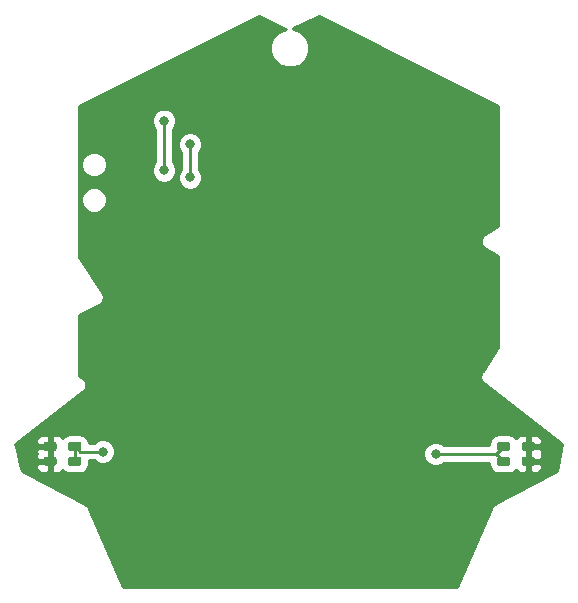
<source format=gbr>
G04 #@! TF.GenerationSoftware,KiCad,Pcbnew,5.0.2+dfsg1-1*
G04 #@! TF.CreationDate,2019-05-16T07:21:41+02:00*
G04 #@! TF.ProjectId,5thpcbway,35746870-6362-4776-9179-2e6b69636164,rev?*
G04 #@! TF.SameCoordinates,Original*
G04 #@! TF.FileFunction,Copper,L1,Top*
G04 #@! TF.FilePolarity,Positive*
%FSLAX46Y46*%
G04 Gerber Fmt 4.6, Leading zero omitted, Abs format (unit mm)*
G04 Created by KiCad (PCBNEW 5.0.2+dfsg1-1) date jue 16 may 2019 07:21:41 CEST*
%MOMM*%
%LPD*%
G01*
G04 APERTURE LIST*
G04 #@! TA.AperFunction,Conductor*
%ADD10C,0.100000*%
G04 #@! TD*
G04 #@! TA.AperFunction,SMDPad,CuDef*
%ADD11C,0.750000*%
G04 #@! TD*
G04 #@! TA.AperFunction,ViaPad*
%ADD12C,0.800000*%
G04 #@! TD*
G04 #@! TA.AperFunction,Conductor*
%ADD13C,0.250000*%
G04 #@! TD*
G04 #@! TA.AperFunction,Conductor*
%ADD14C,0.254000*%
G04 #@! TD*
G04 APERTURE END LIST*
D10*
G04 #@! TO.N,GND*
G04 #@! TO.C,D2*
G36*
X207253202Y-91250784D02*
X207269001Y-91253127D01*
X207284494Y-91257008D01*
X207299532Y-91262389D01*
X207313970Y-91269217D01*
X207327669Y-91277428D01*
X207340498Y-91286943D01*
X207352332Y-91297668D01*
X207363057Y-91309502D01*
X207372572Y-91322331D01*
X207380783Y-91336030D01*
X207387611Y-91350468D01*
X207392992Y-91365506D01*
X207396873Y-91380999D01*
X207399216Y-91396798D01*
X207400000Y-91412750D01*
X207400000Y-91837250D01*
X207399216Y-91853202D01*
X207396873Y-91869001D01*
X207392992Y-91884494D01*
X207387611Y-91899532D01*
X207380783Y-91913970D01*
X207372572Y-91927669D01*
X207363057Y-91940498D01*
X207352332Y-91952332D01*
X207340498Y-91963057D01*
X207327669Y-91972572D01*
X207313970Y-91980783D01*
X207299532Y-91987611D01*
X207284494Y-91992992D01*
X207269001Y-91996873D01*
X207253202Y-91999216D01*
X207237250Y-92000000D01*
X206462750Y-92000000D01*
X206446798Y-91999216D01*
X206430999Y-91996873D01*
X206415506Y-91992992D01*
X206400468Y-91987611D01*
X206386030Y-91980783D01*
X206372331Y-91972572D01*
X206359502Y-91963057D01*
X206347668Y-91952332D01*
X206336943Y-91940498D01*
X206327428Y-91927669D01*
X206319217Y-91913970D01*
X206312389Y-91899532D01*
X206307008Y-91884494D01*
X206303127Y-91869001D01*
X206300784Y-91853202D01*
X206300000Y-91837250D01*
X206300000Y-91412750D01*
X206300784Y-91396798D01*
X206303127Y-91380999D01*
X206307008Y-91365506D01*
X206312389Y-91350468D01*
X206319217Y-91336030D01*
X206327428Y-91322331D01*
X206336943Y-91309502D01*
X206347668Y-91297668D01*
X206359502Y-91286943D01*
X206372331Y-91277428D01*
X206386030Y-91269217D01*
X206400468Y-91262389D01*
X206415506Y-91257008D01*
X206430999Y-91253127D01*
X206446798Y-91250784D01*
X206462750Y-91250000D01*
X207237250Y-91250000D01*
X207253202Y-91250784D01*
X207253202Y-91250784D01*
G37*
D11*
G04 #@! TD*
G04 #@! TO.P,D2,1*
G04 #@! TO.N,GND*
X206850000Y-91625000D03*
D10*
G04 #@! TO.N,Net-(D2-Pad2)*
G04 #@! TO.C,D2*
G36*
X205153202Y-91250784D02*
X205169001Y-91253127D01*
X205184494Y-91257008D01*
X205199532Y-91262389D01*
X205213970Y-91269217D01*
X205227669Y-91277428D01*
X205240498Y-91286943D01*
X205252332Y-91297668D01*
X205263057Y-91309502D01*
X205272572Y-91322331D01*
X205280783Y-91336030D01*
X205287611Y-91350468D01*
X205292992Y-91365506D01*
X205296873Y-91380999D01*
X205299216Y-91396798D01*
X205300000Y-91412750D01*
X205300000Y-91837250D01*
X205299216Y-91853202D01*
X205296873Y-91869001D01*
X205292992Y-91884494D01*
X205287611Y-91899532D01*
X205280783Y-91913970D01*
X205272572Y-91927669D01*
X205263057Y-91940498D01*
X205252332Y-91952332D01*
X205240498Y-91963057D01*
X205227669Y-91972572D01*
X205213970Y-91980783D01*
X205199532Y-91987611D01*
X205184494Y-91992992D01*
X205169001Y-91996873D01*
X205153202Y-91999216D01*
X205137250Y-92000000D01*
X204362750Y-92000000D01*
X204346798Y-91999216D01*
X204330999Y-91996873D01*
X204315506Y-91992992D01*
X204300468Y-91987611D01*
X204286030Y-91980783D01*
X204272331Y-91972572D01*
X204259502Y-91963057D01*
X204247668Y-91952332D01*
X204236943Y-91940498D01*
X204227428Y-91927669D01*
X204219217Y-91913970D01*
X204212389Y-91899532D01*
X204207008Y-91884494D01*
X204203127Y-91869001D01*
X204200784Y-91853202D01*
X204200000Y-91837250D01*
X204200000Y-91412750D01*
X204200784Y-91396798D01*
X204203127Y-91380999D01*
X204207008Y-91365506D01*
X204212389Y-91350468D01*
X204219217Y-91336030D01*
X204227428Y-91322331D01*
X204236943Y-91309502D01*
X204247668Y-91297668D01*
X204259502Y-91286943D01*
X204272331Y-91277428D01*
X204286030Y-91269217D01*
X204300468Y-91262389D01*
X204315506Y-91257008D01*
X204330999Y-91253127D01*
X204346798Y-91250784D01*
X204362750Y-91250000D01*
X205137250Y-91250000D01*
X205153202Y-91250784D01*
X205153202Y-91250784D01*
G37*
D11*
G04 #@! TD*
G04 #@! TO.P,D2,2*
G04 #@! TO.N,Net-(D2-Pad2)*
X204750000Y-91625000D03*
D10*
G04 #@! TO.N,GND*
G04 #@! TO.C,D2*
G36*
X207253202Y-90000784D02*
X207269001Y-90003127D01*
X207284494Y-90007008D01*
X207299532Y-90012389D01*
X207313970Y-90019217D01*
X207327669Y-90027428D01*
X207340498Y-90036943D01*
X207352332Y-90047668D01*
X207363057Y-90059502D01*
X207372572Y-90072331D01*
X207380783Y-90086030D01*
X207387611Y-90100468D01*
X207392992Y-90115506D01*
X207396873Y-90130999D01*
X207399216Y-90146798D01*
X207400000Y-90162750D01*
X207400000Y-90587250D01*
X207399216Y-90603202D01*
X207396873Y-90619001D01*
X207392992Y-90634494D01*
X207387611Y-90649532D01*
X207380783Y-90663970D01*
X207372572Y-90677669D01*
X207363057Y-90690498D01*
X207352332Y-90702332D01*
X207340498Y-90713057D01*
X207327669Y-90722572D01*
X207313970Y-90730783D01*
X207299532Y-90737611D01*
X207284494Y-90742992D01*
X207269001Y-90746873D01*
X207253202Y-90749216D01*
X207237250Y-90750000D01*
X206462750Y-90750000D01*
X206446798Y-90749216D01*
X206430999Y-90746873D01*
X206415506Y-90742992D01*
X206400468Y-90737611D01*
X206386030Y-90730783D01*
X206372331Y-90722572D01*
X206359502Y-90713057D01*
X206347668Y-90702332D01*
X206336943Y-90690498D01*
X206327428Y-90677669D01*
X206319217Y-90663970D01*
X206312389Y-90649532D01*
X206307008Y-90634494D01*
X206303127Y-90619001D01*
X206300784Y-90603202D01*
X206300000Y-90587250D01*
X206300000Y-90162750D01*
X206300784Y-90146798D01*
X206303127Y-90130999D01*
X206307008Y-90115506D01*
X206312389Y-90100468D01*
X206319217Y-90086030D01*
X206327428Y-90072331D01*
X206336943Y-90059502D01*
X206347668Y-90047668D01*
X206359502Y-90036943D01*
X206372331Y-90027428D01*
X206386030Y-90019217D01*
X206400468Y-90012389D01*
X206415506Y-90007008D01*
X206430999Y-90003127D01*
X206446798Y-90000784D01*
X206462750Y-90000000D01*
X207237250Y-90000000D01*
X207253202Y-90000784D01*
X207253202Y-90000784D01*
G37*
D11*
G04 #@! TD*
G04 #@! TO.P,D2,1*
G04 #@! TO.N,GND*
X206850000Y-90375000D03*
D10*
G04 #@! TO.N,Net-(D2-Pad2)*
G04 #@! TO.C,D2*
G36*
X205153202Y-90000784D02*
X205169001Y-90003127D01*
X205184494Y-90007008D01*
X205199532Y-90012389D01*
X205213970Y-90019217D01*
X205227669Y-90027428D01*
X205240498Y-90036943D01*
X205252332Y-90047668D01*
X205263057Y-90059502D01*
X205272572Y-90072331D01*
X205280783Y-90086030D01*
X205287611Y-90100468D01*
X205292992Y-90115506D01*
X205296873Y-90130999D01*
X205299216Y-90146798D01*
X205300000Y-90162750D01*
X205300000Y-90587250D01*
X205299216Y-90603202D01*
X205296873Y-90619001D01*
X205292992Y-90634494D01*
X205287611Y-90649532D01*
X205280783Y-90663970D01*
X205272572Y-90677669D01*
X205263057Y-90690498D01*
X205252332Y-90702332D01*
X205240498Y-90713057D01*
X205227669Y-90722572D01*
X205213970Y-90730783D01*
X205199532Y-90737611D01*
X205184494Y-90742992D01*
X205169001Y-90746873D01*
X205153202Y-90749216D01*
X205137250Y-90750000D01*
X204362750Y-90750000D01*
X204346798Y-90749216D01*
X204330999Y-90746873D01*
X204315506Y-90742992D01*
X204300468Y-90737611D01*
X204286030Y-90730783D01*
X204272331Y-90722572D01*
X204259502Y-90713057D01*
X204247668Y-90702332D01*
X204236943Y-90690498D01*
X204227428Y-90677669D01*
X204219217Y-90663970D01*
X204212389Y-90649532D01*
X204207008Y-90634494D01*
X204203127Y-90619001D01*
X204200784Y-90603202D01*
X204200000Y-90587250D01*
X204200000Y-90162750D01*
X204200784Y-90146798D01*
X204203127Y-90130999D01*
X204207008Y-90115506D01*
X204212389Y-90100468D01*
X204219217Y-90086030D01*
X204227428Y-90072331D01*
X204236943Y-90059502D01*
X204247668Y-90047668D01*
X204259502Y-90036943D01*
X204272331Y-90027428D01*
X204286030Y-90019217D01*
X204300468Y-90012389D01*
X204315506Y-90007008D01*
X204330999Y-90003127D01*
X204346798Y-90000784D01*
X204362750Y-90000000D01*
X205137250Y-90000000D01*
X205153202Y-90000784D01*
X205153202Y-90000784D01*
G37*
D11*
G04 #@! TD*
G04 #@! TO.P,D2,2*
G04 #@! TO.N,Net-(D2-Pad2)*
X204750000Y-90375000D03*
D10*
G04 #@! TO.N,Net-(D1-Pad2)*
G04 #@! TO.C,D1*
G36*
X168853202Y-91250784D02*
X168869001Y-91253127D01*
X168884494Y-91257008D01*
X168899532Y-91262389D01*
X168913970Y-91269217D01*
X168927669Y-91277428D01*
X168940498Y-91286943D01*
X168952332Y-91297668D01*
X168963057Y-91309502D01*
X168972572Y-91322331D01*
X168980783Y-91336030D01*
X168987611Y-91350468D01*
X168992992Y-91365506D01*
X168996873Y-91380999D01*
X168999216Y-91396798D01*
X169000000Y-91412750D01*
X169000000Y-91837250D01*
X168999216Y-91853202D01*
X168996873Y-91869001D01*
X168992992Y-91884494D01*
X168987611Y-91899532D01*
X168980783Y-91913970D01*
X168972572Y-91927669D01*
X168963057Y-91940498D01*
X168952332Y-91952332D01*
X168940498Y-91963057D01*
X168927669Y-91972572D01*
X168913970Y-91980783D01*
X168899532Y-91987611D01*
X168884494Y-91992992D01*
X168869001Y-91996873D01*
X168853202Y-91999216D01*
X168837250Y-92000000D01*
X168062750Y-92000000D01*
X168046798Y-91999216D01*
X168030999Y-91996873D01*
X168015506Y-91992992D01*
X168000468Y-91987611D01*
X167986030Y-91980783D01*
X167972331Y-91972572D01*
X167959502Y-91963057D01*
X167947668Y-91952332D01*
X167936943Y-91940498D01*
X167927428Y-91927669D01*
X167919217Y-91913970D01*
X167912389Y-91899532D01*
X167907008Y-91884494D01*
X167903127Y-91869001D01*
X167900784Y-91853202D01*
X167900000Y-91837250D01*
X167900000Y-91412750D01*
X167900784Y-91396798D01*
X167903127Y-91380999D01*
X167907008Y-91365506D01*
X167912389Y-91350468D01*
X167919217Y-91336030D01*
X167927428Y-91322331D01*
X167936943Y-91309502D01*
X167947668Y-91297668D01*
X167959502Y-91286943D01*
X167972331Y-91277428D01*
X167986030Y-91269217D01*
X168000468Y-91262389D01*
X168015506Y-91257008D01*
X168030999Y-91253127D01*
X168046798Y-91250784D01*
X168062750Y-91250000D01*
X168837250Y-91250000D01*
X168853202Y-91250784D01*
X168853202Y-91250784D01*
G37*
D11*
G04 #@! TD*
G04 #@! TO.P,D1,2*
G04 #@! TO.N,Net-(D1-Pad2)*
X168450000Y-91625000D03*
D10*
G04 #@! TO.N,GND*
G04 #@! TO.C,D1*
G36*
X166753202Y-91250784D02*
X166769001Y-91253127D01*
X166784494Y-91257008D01*
X166799532Y-91262389D01*
X166813970Y-91269217D01*
X166827669Y-91277428D01*
X166840498Y-91286943D01*
X166852332Y-91297668D01*
X166863057Y-91309502D01*
X166872572Y-91322331D01*
X166880783Y-91336030D01*
X166887611Y-91350468D01*
X166892992Y-91365506D01*
X166896873Y-91380999D01*
X166899216Y-91396798D01*
X166900000Y-91412750D01*
X166900000Y-91837250D01*
X166899216Y-91853202D01*
X166896873Y-91869001D01*
X166892992Y-91884494D01*
X166887611Y-91899532D01*
X166880783Y-91913970D01*
X166872572Y-91927669D01*
X166863057Y-91940498D01*
X166852332Y-91952332D01*
X166840498Y-91963057D01*
X166827669Y-91972572D01*
X166813970Y-91980783D01*
X166799532Y-91987611D01*
X166784494Y-91992992D01*
X166769001Y-91996873D01*
X166753202Y-91999216D01*
X166737250Y-92000000D01*
X165962750Y-92000000D01*
X165946798Y-91999216D01*
X165930999Y-91996873D01*
X165915506Y-91992992D01*
X165900468Y-91987611D01*
X165886030Y-91980783D01*
X165872331Y-91972572D01*
X165859502Y-91963057D01*
X165847668Y-91952332D01*
X165836943Y-91940498D01*
X165827428Y-91927669D01*
X165819217Y-91913970D01*
X165812389Y-91899532D01*
X165807008Y-91884494D01*
X165803127Y-91869001D01*
X165800784Y-91853202D01*
X165800000Y-91837250D01*
X165800000Y-91412750D01*
X165800784Y-91396798D01*
X165803127Y-91380999D01*
X165807008Y-91365506D01*
X165812389Y-91350468D01*
X165819217Y-91336030D01*
X165827428Y-91322331D01*
X165836943Y-91309502D01*
X165847668Y-91297668D01*
X165859502Y-91286943D01*
X165872331Y-91277428D01*
X165886030Y-91269217D01*
X165900468Y-91262389D01*
X165915506Y-91257008D01*
X165930999Y-91253127D01*
X165946798Y-91250784D01*
X165962750Y-91250000D01*
X166737250Y-91250000D01*
X166753202Y-91250784D01*
X166753202Y-91250784D01*
G37*
D11*
G04 #@! TD*
G04 #@! TO.P,D1,1*
G04 #@! TO.N,GND*
X166350000Y-91625000D03*
D10*
G04 #@! TO.N,Net-(D1-Pad2)*
G04 #@! TO.C,D1*
G36*
X168853202Y-90000784D02*
X168869001Y-90003127D01*
X168884494Y-90007008D01*
X168899532Y-90012389D01*
X168913970Y-90019217D01*
X168927669Y-90027428D01*
X168940498Y-90036943D01*
X168952332Y-90047668D01*
X168963057Y-90059502D01*
X168972572Y-90072331D01*
X168980783Y-90086030D01*
X168987611Y-90100468D01*
X168992992Y-90115506D01*
X168996873Y-90130999D01*
X168999216Y-90146798D01*
X169000000Y-90162750D01*
X169000000Y-90587250D01*
X168999216Y-90603202D01*
X168996873Y-90619001D01*
X168992992Y-90634494D01*
X168987611Y-90649532D01*
X168980783Y-90663970D01*
X168972572Y-90677669D01*
X168963057Y-90690498D01*
X168952332Y-90702332D01*
X168940498Y-90713057D01*
X168927669Y-90722572D01*
X168913970Y-90730783D01*
X168899532Y-90737611D01*
X168884494Y-90742992D01*
X168869001Y-90746873D01*
X168853202Y-90749216D01*
X168837250Y-90750000D01*
X168062750Y-90750000D01*
X168046798Y-90749216D01*
X168030999Y-90746873D01*
X168015506Y-90742992D01*
X168000468Y-90737611D01*
X167986030Y-90730783D01*
X167972331Y-90722572D01*
X167959502Y-90713057D01*
X167947668Y-90702332D01*
X167936943Y-90690498D01*
X167927428Y-90677669D01*
X167919217Y-90663970D01*
X167912389Y-90649532D01*
X167907008Y-90634494D01*
X167903127Y-90619001D01*
X167900784Y-90603202D01*
X167900000Y-90587250D01*
X167900000Y-90162750D01*
X167900784Y-90146798D01*
X167903127Y-90130999D01*
X167907008Y-90115506D01*
X167912389Y-90100468D01*
X167919217Y-90086030D01*
X167927428Y-90072331D01*
X167936943Y-90059502D01*
X167947668Y-90047668D01*
X167959502Y-90036943D01*
X167972331Y-90027428D01*
X167986030Y-90019217D01*
X168000468Y-90012389D01*
X168015506Y-90007008D01*
X168030999Y-90003127D01*
X168046798Y-90000784D01*
X168062750Y-90000000D01*
X168837250Y-90000000D01*
X168853202Y-90000784D01*
X168853202Y-90000784D01*
G37*
D11*
G04 #@! TD*
G04 #@! TO.P,D1,2*
G04 #@! TO.N,Net-(D1-Pad2)*
X168450000Y-90375000D03*
D10*
G04 #@! TO.N,GND*
G04 #@! TO.C,D1*
G36*
X166753202Y-90000784D02*
X166769001Y-90003127D01*
X166784494Y-90007008D01*
X166799532Y-90012389D01*
X166813970Y-90019217D01*
X166827669Y-90027428D01*
X166840498Y-90036943D01*
X166852332Y-90047668D01*
X166863057Y-90059502D01*
X166872572Y-90072331D01*
X166880783Y-90086030D01*
X166887611Y-90100468D01*
X166892992Y-90115506D01*
X166896873Y-90130999D01*
X166899216Y-90146798D01*
X166900000Y-90162750D01*
X166900000Y-90587250D01*
X166899216Y-90603202D01*
X166896873Y-90619001D01*
X166892992Y-90634494D01*
X166887611Y-90649532D01*
X166880783Y-90663970D01*
X166872572Y-90677669D01*
X166863057Y-90690498D01*
X166852332Y-90702332D01*
X166840498Y-90713057D01*
X166827669Y-90722572D01*
X166813970Y-90730783D01*
X166799532Y-90737611D01*
X166784494Y-90742992D01*
X166769001Y-90746873D01*
X166753202Y-90749216D01*
X166737250Y-90750000D01*
X165962750Y-90750000D01*
X165946798Y-90749216D01*
X165930999Y-90746873D01*
X165915506Y-90742992D01*
X165900468Y-90737611D01*
X165886030Y-90730783D01*
X165872331Y-90722572D01*
X165859502Y-90713057D01*
X165847668Y-90702332D01*
X165836943Y-90690498D01*
X165827428Y-90677669D01*
X165819217Y-90663970D01*
X165812389Y-90649532D01*
X165807008Y-90634494D01*
X165803127Y-90619001D01*
X165800784Y-90603202D01*
X165800000Y-90587250D01*
X165800000Y-90162750D01*
X165800784Y-90146798D01*
X165803127Y-90130999D01*
X165807008Y-90115506D01*
X165812389Y-90100468D01*
X165819217Y-90086030D01*
X165827428Y-90072331D01*
X165836943Y-90059502D01*
X165847668Y-90047668D01*
X165859502Y-90036943D01*
X165872331Y-90027428D01*
X165886030Y-90019217D01*
X165900468Y-90012389D01*
X165915506Y-90007008D01*
X165930999Y-90003127D01*
X165946798Y-90000784D01*
X165962750Y-90000000D01*
X166737250Y-90000000D01*
X166753202Y-90000784D01*
X166753202Y-90000784D01*
G37*
D11*
G04 #@! TD*
G04 #@! TO.P,D1,1*
G04 #@! TO.N,GND*
X166350000Y-90375000D03*
D12*
G04 #@! TO.N,Net-(D1-Pad2)*
X170800000Y-90800000D03*
X178200000Y-64800000D03*
X178200000Y-67599990D03*
G04 #@! TO.N,Net-(R1-Pad2)*
X176000000Y-62800000D03*
X176000000Y-67000000D03*
G04 #@! TO.N,Net-(D2-Pad2)*
X199000000Y-91000000D03*
G04 #@! TO.N,GND*
X205000000Y-92999998D03*
X168800000Y-93400000D03*
G04 #@! TD*
D13*
G04 #@! TO.N,Net-(D1-Pad2)*
X178200000Y-64800000D02*
X178200000Y-67599990D01*
X168450000Y-90375000D02*
X168450000Y-91625000D01*
X168875000Y-90800000D02*
X168450000Y-90375000D01*
X170800000Y-90800000D02*
X168875000Y-90800000D01*
G04 #@! TO.N,Net-(R1-Pad2)*
X176000000Y-67000000D02*
X176000000Y-62800000D01*
G04 #@! TO.N,Net-(D2-Pad2)*
X204125000Y-91000000D02*
X204750000Y-90375000D01*
X199000000Y-91000000D02*
X204125000Y-91000000D01*
X204125000Y-91000000D02*
X204750000Y-91625000D01*
G04 #@! TO.N,GND*
X206850000Y-92800000D02*
X206850000Y-91625000D01*
X205000000Y-92999998D02*
X206650002Y-92999998D01*
X206650002Y-92999998D02*
X206850000Y-92800000D01*
X206850000Y-91625000D02*
X206850000Y-90375000D01*
X166350000Y-93300000D02*
X166350000Y-91625000D01*
X168800000Y-93400000D02*
X166450000Y-93400000D01*
X166450000Y-93400000D02*
X166350000Y-93300000D01*
X166350000Y-91625000D02*
X166350000Y-90375000D01*
G04 #@! TD*
D14*
G04 #@! TO.N,GND*
G36*
X186250967Y-54985291D02*
X186311460Y-55020517D01*
X185723847Y-55263914D01*
X185263914Y-55723847D01*
X185015000Y-56324778D01*
X185015000Y-56975222D01*
X185263914Y-57576153D01*
X185723847Y-58036086D01*
X186324778Y-58285000D01*
X186975222Y-58285000D01*
X187576153Y-58036086D01*
X188036086Y-57576153D01*
X188285000Y-56975222D01*
X188285000Y-56324778D01*
X188036086Y-55723847D01*
X187576153Y-55263914D01*
X186975222Y-55015000D01*
X186889650Y-55015000D01*
X186944462Y-54982487D01*
X189094844Y-53931952D01*
X204312487Y-61513815D01*
X204312486Y-71738408D01*
X203215086Y-72347024D01*
X203090034Y-72414612D01*
X203040934Y-72475008D01*
X202981536Y-72525315D01*
X202949600Y-72587356D01*
X202905585Y-72641498D01*
X202883335Y-72716088D01*
X202847711Y-72785294D01*
X202841948Y-72854832D01*
X202822002Y-72921699D01*
X202829990Y-72999126D01*
X202823562Y-73076694D01*
X202844849Y-73143145D01*
X202852010Y-73212554D01*
X202889018Y-73281027D01*
X202912765Y-73355157D01*
X202957864Y-73408406D01*
X202991039Y-73469787D01*
X203051435Y-73518886D01*
X203101742Y-73578285D01*
X203228113Y-73643335D01*
X204312487Y-74216504D01*
X204312486Y-81966343D01*
X202970797Y-83977812D01*
X202933722Y-84010361D01*
X202890372Y-84098386D01*
X202876880Y-84118613D01*
X202858458Y-84163188D01*
X202804537Y-84272678D01*
X202802919Y-84297577D01*
X202793389Y-84320636D01*
X202793487Y-84442676D01*
X202785571Y-84564461D01*
X202793604Y-84588084D01*
X202793624Y-84613035D01*
X202840418Y-84725750D01*
X202879709Y-84841294D01*
X202896170Y-84860044D01*
X202905737Y-84883088D01*
X202992105Y-84969318D01*
X203023927Y-85005565D01*
X203043224Y-85020355D01*
X203112661Y-85089682D01*
X203158258Y-85108526D01*
X209738536Y-90152129D01*
X209236504Y-92438696D01*
X204148120Y-95137017D01*
X204117439Y-95142508D01*
X204019787Y-95205071D01*
X203982541Y-95224822D01*
X203958984Y-95244025D01*
X203871233Y-95300245D01*
X203846563Y-95335671D01*
X203813110Y-95362941D01*
X203763689Y-95454673D01*
X203746311Y-95479628D01*
X203729423Y-95518278D01*
X203674426Y-95620360D01*
X203671269Y-95651363D01*
X200773321Y-102283428D01*
X172525815Y-102283428D01*
X169626102Y-95647329D01*
X169622087Y-95611995D01*
X169567978Y-95514309D01*
X169552818Y-95479616D01*
X169532988Y-95451141D01*
X169480406Y-95356213D01*
X169450058Y-95332058D01*
X169427895Y-95300233D01*
X169336534Y-95241701D01*
X169309373Y-95220082D01*
X169275705Y-95202729D01*
X169181690Y-95142496D01*
X169146689Y-95136232D01*
X163975689Y-92471012D01*
X163838789Y-91910750D01*
X165165000Y-91910750D01*
X165165000Y-92126310D01*
X165261673Y-92359699D01*
X165440302Y-92538327D01*
X165673691Y-92635000D01*
X166064250Y-92635000D01*
X166223000Y-92476250D01*
X166223000Y-91752000D01*
X165323750Y-91752000D01*
X165165000Y-91910750D01*
X163838789Y-91910750D01*
X163533349Y-90660750D01*
X165165000Y-90660750D01*
X165165000Y-90876310D01*
X165216234Y-91000000D01*
X165165000Y-91123690D01*
X165165000Y-91339250D01*
X165323750Y-91498000D01*
X166223000Y-91498000D01*
X166223000Y-90502000D01*
X165323750Y-90502000D01*
X165165000Y-90660750D01*
X163533349Y-90660750D01*
X163407498Y-90145711D01*
X163762416Y-89873690D01*
X165165000Y-89873690D01*
X165165000Y-90089250D01*
X165323750Y-90248000D01*
X166223000Y-90248000D01*
X166223000Y-89523750D01*
X166477000Y-89523750D01*
X166477000Y-90248000D01*
X166497000Y-90248000D01*
X166497000Y-90502000D01*
X166477000Y-90502000D01*
X166477000Y-91498000D01*
X166497000Y-91498000D01*
X166497000Y-91752000D01*
X166477000Y-91752000D01*
X166477000Y-92476250D01*
X166635750Y-92635000D01*
X167026309Y-92635000D01*
X167259698Y-92538327D01*
X167438327Y-92359699D01*
X167445149Y-92343228D01*
X167489859Y-92410141D01*
X167752704Y-92585768D01*
X168062750Y-92647440D01*
X168837250Y-92647440D01*
X169147296Y-92585768D01*
X169410141Y-92410141D01*
X169585768Y-92147296D01*
X169647440Y-91837250D01*
X169647440Y-91560000D01*
X170096289Y-91560000D01*
X170213720Y-91677431D01*
X170594126Y-91835000D01*
X171005874Y-91835000D01*
X171386280Y-91677431D01*
X171677431Y-91386280D01*
X171835000Y-91005874D01*
X171835000Y-90794126D01*
X197965000Y-90794126D01*
X197965000Y-91205874D01*
X198122569Y-91586280D01*
X198413720Y-91877431D01*
X198794126Y-92035000D01*
X199205874Y-92035000D01*
X199586280Y-91877431D01*
X199703711Y-91760000D01*
X203552560Y-91760000D01*
X203552560Y-91837250D01*
X203614232Y-92147296D01*
X203789859Y-92410141D01*
X204052704Y-92585768D01*
X204362750Y-92647440D01*
X205137250Y-92647440D01*
X205447296Y-92585768D01*
X205710141Y-92410141D01*
X205754851Y-92343228D01*
X205761673Y-92359699D01*
X205940302Y-92538327D01*
X206173691Y-92635000D01*
X206564250Y-92635000D01*
X206723000Y-92476250D01*
X206723000Y-91752000D01*
X206977000Y-91752000D01*
X206977000Y-92476250D01*
X207135750Y-92635000D01*
X207526309Y-92635000D01*
X207759698Y-92538327D01*
X207938327Y-92359699D01*
X208035000Y-92126310D01*
X208035000Y-91910750D01*
X207876250Y-91752000D01*
X206977000Y-91752000D01*
X206723000Y-91752000D01*
X206703000Y-91752000D01*
X206703000Y-91498000D01*
X206723000Y-91498000D01*
X206723000Y-90502000D01*
X206977000Y-90502000D01*
X206977000Y-91498000D01*
X207876250Y-91498000D01*
X208035000Y-91339250D01*
X208035000Y-91123690D01*
X207983766Y-91000000D01*
X208035000Y-90876310D01*
X208035000Y-90660750D01*
X207876250Y-90502000D01*
X206977000Y-90502000D01*
X206723000Y-90502000D01*
X206703000Y-90502000D01*
X206703000Y-90248000D01*
X206723000Y-90248000D01*
X206723000Y-89523750D01*
X206977000Y-89523750D01*
X206977000Y-90248000D01*
X207876250Y-90248000D01*
X208035000Y-90089250D01*
X208035000Y-89873690D01*
X207938327Y-89640301D01*
X207759698Y-89461673D01*
X207526309Y-89365000D01*
X207135750Y-89365000D01*
X206977000Y-89523750D01*
X206723000Y-89523750D01*
X206564250Y-89365000D01*
X206173691Y-89365000D01*
X205940302Y-89461673D01*
X205761673Y-89640301D01*
X205754851Y-89656772D01*
X205710141Y-89589859D01*
X205447296Y-89414232D01*
X205137250Y-89352560D01*
X204362750Y-89352560D01*
X204052704Y-89414232D01*
X203789859Y-89589859D01*
X203614232Y-89852704D01*
X203552560Y-90162750D01*
X203552560Y-90240000D01*
X199703711Y-90240000D01*
X199586280Y-90122569D01*
X199205874Y-89965000D01*
X198794126Y-89965000D01*
X198413720Y-90122569D01*
X198122569Y-90413720D01*
X197965000Y-90794126D01*
X171835000Y-90794126D01*
X171835000Y-90594126D01*
X171677431Y-90213720D01*
X171386280Y-89922569D01*
X171005874Y-89765000D01*
X170594126Y-89765000D01*
X170213720Y-89922569D01*
X170096289Y-90040000D01*
X169623024Y-90040000D01*
X169585768Y-89852704D01*
X169410141Y-89589859D01*
X169147296Y-89414232D01*
X168837250Y-89352560D01*
X168062750Y-89352560D01*
X167752704Y-89414232D01*
X167489859Y-89589859D01*
X167445149Y-89656772D01*
X167438327Y-89640301D01*
X167259698Y-89461673D01*
X167026309Y-89365000D01*
X166635750Y-89365000D01*
X166477000Y-89523750D01*
X166223000Y-89523750D01*
X166064250Y-89365000D01*
X165673691Y-89365000D01*
X165440302Y-89461673D01*
X165261673Y-89640301D01*
X165165000Y-89873690D01*
X163762416Y-89873690D01*
X169082357Y-85796311D01*
X169165665Y-85748926D01*
X169241957Y-85650816D01*
X169323981Y-85557392D01*
X169331268Y-85535964D01*
X169345159Y-85518101D01*
X169378100Y-85398257D01*
X169418126Y-85280562D01*
X169416658Y-85257976D01*
X169422656Y-85236156D01*
X169407226Y-85112818D01*
X169399166Y-84988777D01*
X169389168Y-84968475D01*
X169386359Y-84946018D01*
X169324901Y-84837968D01*
X169269988Y-84726457D01*
X169252982Y-84711526D01*
X169241793Y-84691855D01*
X169143668Y-84615551D01*
X169050258Y-84533540D01*
X168959512Y-84502679D01*
X168825918Y-84435724D01*
X168825918Y-79267125D01*
X170465246Y-78405808D01*
X170564437Y-78366614D01*
X170645999Y-78287683D01*
X170734263Y-78216290D01*
X170750353Y-78186695D01*
X170774557Y-78163272D01*
X170819706Y-78059135D01*
X170873929Y-77959402D01*
X170877469Y-77925902D01*
X170890867Y-77894999D01*
X170892727Y-77781507D01*
X170904656Y-77668620D01*
X170895107Y-77636316D01*
X170895659Y-77602638D01*
X170853946Y-77497072D01*
X170821767Y-77388213D01*
X170754686Y-77305280D01*
X168825914Y-74313656D01*
X168825914Y-69284180D01*
X168985000Y-69284180D01*
X168985000Y-69715820D01*
X169150182Y-70114603D01*
X169455397Y-70419818D01*
X169854180Y-70585000D01*
X170285820Y-70585000D01*
X170684603Y-70419818D01*
X170989818Y-70114603D01*
X171155000Y-69715820D01*
X171155000Y-69284180D01*
X170989818Y-68885397D01*
X170684603Y-68580182D01*
X170285820Y-68415000D01*
X169854180Y-68415000D01*
X169455397Y-68580182D01*
X169150182Y-68885397D01*
X168985000Y-69284180D01*
X168825914Y-69284180D01*
X168825914Y-66284180D01*
X168985000Y-66284180D01*
X168985000Y-66715820D01*
X169150182Y-67114603D01*
X169455397Y-67419818D01*
X169854180Y-67585000D01*
X170285820Y-67585000D01*
X170684603Y-67419818D01*
X170989818Y-67114603D01*
X171155000Y-66715820D01*
X171155000Y-66284180D01*
X170989818Y-65885397D01*
X170684603Y-65580182D01*
X170285820Y-65415000D01*
X169854180Y-65415000D01*
X169455397Y-65580182D01*
X169150182Y-65885397D01*
X168985000Y-66284180D01*
X168825914Y-66284180D01*
X168825914Y-62594126D01*
X174965000Y-62594126D01*
X174965000Y-63005874D01*
X175122569Y-63386280D01*
X175240001Y-63503712D01*
X175240000Y-66296289D01*
X175122569Y-66413720D01*
X174965000Y-66794126D01*
X174965000Y-67205874D01*
X175122569Y-67586280D01*
X175413720Y-67877431D01*
X175794126Y-68035000D01*
X176205874Y-68035000D01*
X176586280Y-67877431D01*
X176877431Y-67586280D01*
X177035000Y-67205874D01*
X177035000Y-66794126D01*
X176877431Y-66413720D01*
X176760000Y-66296289D01*
X176760000Y-64594126D01*
X177165000Y-64594126D01*
X177165000Y-65005874D01*
X177322569Y-65386280D01*
X177440000Y-65503711D01*
X177440001Y-66896278D01*
X177322569Y-67013710D01*
X177165000Y-67394116D01*
X177165000Y-67805864D01*
X177322569Y-68186270D01*
X177613720Y-68477421D01*
X177994126Y-68634990D01*
X178405874Y-68634990D01*
X178786280Y-68477421D01*
X179077431Y-68186270D01*
X179235000Y-67805864D01*
X179235000Y-67394116D01*
X179077431Y-67013710D01*
X178960000Y-66896279D01*
X178960000Y-65503711D01*
X179077431Y-65386280D01*
X179235000Y-65005874D01*
X179235000Y-64594126D01*
X179077431Y-64213720D01*
X178786280Y-63922569D01*
X178405874Y-63765000D01*
X177994126Y-63765000D01*
X177613720Y-63922569D01*
X177322569Y-64213720D01*
X177165000Y-64594126D01*
X176760000Y-64594126D01*
X176760000Y-63503711D01*
X176877431Y-63386280D01*
X177035000Y-63005874D01*
X177035000Y-62594126D01*
X176877431Y-62213720D01*
X176586280Y-61922569D01*
X176205874Y-61765000D01*
X175794126Y-61765000D01*
X175413720Y-61922569D01*
X175122569Y-62213720D01*
X174965000Y-62594126D01*
X168825914Y-62594126D01*
X168825914Y-61513821D01*
X184047084Y-53930575D01*
X186250967Y-54985291D01*
X186250967Y-54985291D01*
G37*
X186250967Y-54985291D02*
X186311460Y-55020517D01*
X185723847Y-55263914D01*
X185263914Y-55723847D01*
X185015000Y-56324778D01*
X185015000Y-56975222D01*
X185263914Y-57576153D01*
X185723847Y-58036086D01*
X186324778Y-58285000D01*
X186975222Y-58285000D01*
X187576153Y-58036086D01*
X188036086Y-57576153D01*
X188285000Y-56975222D01*
X188285000Y-56324778D01*
X188036086Y-55723847D01*
X187576153Y-55263914D01*
X186975222Y-55015000D01*
X186889650Y-55015000D01*
X186944462Y-54982487D01*
X189094844Y-53931952D01*
X204312487Y-61513815D01*
X204312486Y-71738408D01*
X203215086Y-72347024D01*
X203090034Y-72414612D01*
X203040934Y-72475008D01*
X202981536Y-72525315D01*
X202949600Y-72587356D01*
X202905585Y-72641498D01*
X202883335Y-72716088D01*
X202847711Y-72785294D01*
X202841948Y-72854832D01*
X202822002Y-72921699D01*
X202829990Y-72999126D01*
X202823562Y-73076694D01*
X202844849Y-73143145D01*
X202852010Y-73212554D01*
X202889018Y-73281027D01*
X202912765Y-73355157D01*
X202957864Y-73408406D01*
X202991039Y-73469787D01*
X203051435Y-73518886D01*
X203101742Y-73578285D01*
X203228113Y-73643335D01*
X204312487Y-74216504D01*
X204312486Y-81966343D01*
X202970797Y-83977812D01*
X202933722Y-84010361D01*
X202890372Y-84098386D01*
X202876880Y-84118613D01*
X202858458Y-84163188D01*
X202804537Y-84272678D01*
X202802919Y-84297577D01*
X202793389Y-84320636D01*
X202793487Y-84442676D01*
X202785571Y-84564461D01*
X202793604Y-84588084D01*
X202793624Y-84613035D01*
X202840418Y-84725750D01*
X202879709Y-84841294D01*
X202896170Y-84860044D01*
X202905737Y-84883088D01*
X202992105Y-84969318D01*
X203023927Y-85005565D01*
X203043224Y-85020355D01*
X203112661Y-85089682D01*
X203158258Y-85108526D01*
X209738536Y-90152129D01*
X209236504Y-92438696D01*
X204148120Y-95137017D01*
X204117439Y-95142508D01*
X204019787Y-95205071D01*
X203982541Y-95224822D01*
X203958984Y-95244025D01*
X203871233Y-95300245D01*
X203846563Y-95335671D01*
X203813110Y-95362941D01*
X203763689Y-95454673D01*
X203746311Y-95479628D01*
X203729423Y-95518278D01*
X203674426Y-95620360D01*
X203671269Y-95651363D01*
X200773321Y-102283428D01*
X172525815Y-102283428D01*
X169626102Y-95647329D01*
X169622087Y-95611995D01*
X169567978Y-95514309D01*
X169552818Y-95479616D01*
X169532988Y-95451141D01*
X169480406Y-95356213D01*
X169450058Y-95332058D01*
X169427895Y-95300233D01*
X169336534Y-95241701D01*
X169309373Y-95220082D01*
X169275705Y-95202729D01*
X169181690Y-95142496D01*
X169146689Y-95136232D01*
X163975689Y-92471012D01*
X163838789Y-91910750D01*
X165165000Y-91910750D01*
X165165000Y-92126310D01*
X165261673Y-92359699D01*
X165440302Y-92538327D01*
X165673691Y-92635000D01*
X166064250Y-92635000D01*
X166223000Y-92476250D01*
X166223000Y-91752000D01*
X165323750Y-91752000D01*
X165165000Y-91910750D01*
X163838789Y-91910750D01*
X163533349Y-90660750D01*
X165165000Y-90660750D01*
X165165000Y-90876310D01*
X165216234Y-91000000D01*
X165165000Y-91123690D01*
X165165000Y-91339250D01*
X165323750Y-91498000D01*
X166223000Y-91498000D01*
X166223000Y-90502000D01*
X165323750Y-90502000D01*
X165165000Y-90660750D01*
X163533349Y-90660750D01*
X163407498Y-90145711D01*
X163762416Y-89873690D01*
X165165000Y-89873690D01*
X165165000Y-90089250D01*
X165323750Y-90248000D01*
X166223000Y-90248000D01*
X166223000Y-89523750D01*
X166477000Y-89523750D01*
X166477000Y-90248000D01*
X166497000Y-90248000D01*
X166497000Y-90502000D01*
X166477000Y-90502000D01*
X166477000Y-91498000D01*
X166497000Y-91498000D01*
X166497000Y-91752000D01*
X166477000Y-91752000D01*
X166477000Y-92476250D01*
X166635750Y-92635000D01*
X167026309Y-92635000D01*
X167259698Y-92538327D01*
X167438327Y-92359699D01*
X167445149Y-92343228D01*
X167489859Y-92410141D01*
X167752704Y-92585768D01*
X168062750Y-92647440D01*
X168837250Y-92647440D01*
X169147296Y-92585768D01*
X169410141Y-92410141D01*
X169585768Y-92147296D01*
X169647440Y-91837250D01*
X169647440Y-91560000D01*
X170096289Y-91560000D01*
X170213720Y-91677431D01*
X170594126Y-91835000D01*
X171005874Y-91835000D01*
X171386280Y-91677431D01*
X171677431Y-91386280D01*
X171835000Y-91005874D01*
X171835000Y-90794126D01*
X197965000Y-90794126D01*
X197965000Y-91205874D01*
X198122569Y-91586280D01*
X198413720Y-91877431D01*
X198794126Y-92035000D01*
X199205874Y-92035000D01*
X199586280Y-91877431D01*
X199703711Y-91760000D01*
X203552560Y-91760000D01*
X203552560Y-91837250D01*
X203614232Y-92147296D01*
X203789859Y-92410141D01*
X204052704Y-92585768D01*
X204362750Y-92647440D01*
X205137250Y-92647440D01*
X205447296Y-92585768D01*
X205710141Y-92410141D01*
X205754851Y-92343228D01*
X205761673Y-92359699D01*
X205940302Y-92538327D01*
X206173691Y-92635000D01*
X206564250Y-92635000D01*
X206723000Y-92476250D01*
X206723000Y-91752000D01*
X206977000Y-91752000D01*
X206977000Y-92476250D01*
X207135750Y-92635000D01*
X207526309Y-92635000D01*
X207759698Y-92538327D01*
X207938327Y-92359699D01*
X208035000Y-92126310D01*
X208035000Y-91910750D01*
X207876250Y-91752000D01*
X206977000Y-91752000D01*
X206723000Y-91752000D01*
X206703000Y-91752000D01*
X206703000Y-91498000D01*
X206723000Y-91498000D01*
X206723000Y-90502000D01*
X206977000Y-90502000D01*
X206977000Y-91498000D01*
X207876250Y-91498000D01*
X208035000Y-91339250D01*
X208035000Y-91123690D01*
X207983766Y-91000000D01*
X208035000Y-90876310D01*
X208035000Y-90660750D01*
X207876250Y-90502000D01*
X206977000Y-90502000D01*
X206723000Y-90502000D01*
X206703000Y-90502000D01*
X206703000Y-90248000D01*
X206723000Y-90248000D01*
X206723000Y-89523750D01*
X206977000Y-89523750D01*
X206977000Y-90248000D01*
X207876250Y-90248000D01*
X208035000Y-90089250D01*
X208035000Y-89873690D01*
X207938327Y-89640301D01*
X207759698Y-89461673D01*
X207526309Y-89365000D01*
X207135750Y-89365000D01*
X206977000Y-89523750D01*
X206723000Y-89523750D01*
X206564250Y-89365000D01*
X206173691Y-89365000D01*
X205940302Y-89461673D01*
X205761673Y-89640301D01*
X205754851Y-89656772D01*
X205710141Y-89589859D01*
X205447296Y-89414232D01*
X205137250Y-89352560D01*
X204362750Y-89352560D01*
X204052704Y-89414232D01*
X203789859Y-89589859D01*
X203614232Y-89852704D01*
X203552560Y-90162750D01*
X203552560Y-90240000D01*
X199703711Y-90240000D01*
X199586280Y-90122569D01*
X199205874Y-89965000D01*
X198794126Y-89965000D01*
X198413720Y-90122569D01*
X198122569Y-90413720D01*
X197965000Y-90794126D01*
X171835000Y-90794126D01*
X171835000Y-90594126D01*
X171677431Y-90213720D01*
X171386280Y-89922569D01*
X171005874Y-89765000D01*
X170594126Y-89765000D01*
X170213720Y-89922569D01*
X170096289Y-90040000D01*
X169623024Y-90040000D01*
X169585768Y-89852704D01*
X169410141Y-89589859D01*
X169147296Y-89414232D01*
X168837250Y-89352560D01*
X168062750Y-89352560D01*
X167752704Y-89414232D01*
X167489859Y-89589859D01*
X167445149Y-89656772D01*
X167438327Y-89640301D01*
X167259698Y-89461673D01*
X167026309Y-89365000D01*
X166635750Y-89365000D01*
X166477000Y-89523750D01*
X166223000Y-89523750D01*
X166064250Y-89365000D01*
X165673691Y-89365000D01*
X165440302Y-89461673D01*
X165261673Y-89640301D01*
X165165000Y-89873690D01*
X163762416Y-89873690D01*
X169082357Y-85796311D01*
X169165665Y-85748926D01*
X169241957Y-85650816D01*
X169323981Y-85557392D01*
X169331268Y-85535964D01*
X169345159Y-85518101D01*
X169378100Y-85398257D01*
X169418126Y-85280562D01*
X169416658Y-85257976D01*
X169422656Y-85236156D01*
X169407226Y-85112818D01*
X169399166Y-84988777D01*
X169389168Y-84968475D01*
X169386359Y-84946018D01*
X169324901Y-84837968D01*
X169269988Y-84726457D01*
X169252982Y-84711526D01*
X169241793Y-84691855D01*
X169143668Y-84615551D01*
X169050258Y-84533540D01*
X168959512Y-84502679D01*
X168825918Y-84435724D01*
X168825918Y-79267125D01*
X170465246Y-78405808D01*
X170564437Y-78366614D01*
X170645999Y-78287683D01*
X170734263Y-78216290D01*
X170750353Y-78186695D01*
X170774557Y-78163272D01*
X170819706Y-78059135D01*
X170873929Y-77959402D01*
X170877469Y-77925902D01*
X170890867Y-77894999D01*
X170892727Y-77781507D01*
X170904656Y-77668620D01*
X170895107Y-77636316D01*
X170895659Y-77602638D01*
X170853946Y-77497072D01*
X170821767Y-77388213D01*
X170754686Y-77305280D01*
X168825914Y-74313656D01*
X168825914Y-69284180D01*
X168985000Y-69284180D01*
X168985000Y-69715820D01*
X169150182Y-70114603D01*
X169455397Y-70419818D01*
X169854180Y-70585000D01*
X170285820Y-70585000D01*
X170684603Y-70419818D01*
X170989818Y-70114603D01*
X171155000Y-69715820D01*
X171155000Y-69284180D01*
X170989818Y-68885397D01*
X170684603Y-68580182D01*
X170285820Y-68415000D01*
X169854180Y-68415000D01*
X169455397Y-68580182D01*
X169150182Y-68885397D01*
X168985000Y-69284180D01*
X168825914Y-69284180D01*
X168825914Y-66284180D01*
X168985000Y-66284180D01*
X168985000Y-66715820D01*
X169150182Y-67114603D01*
X169455397Y-67419818D01*
X169854180Y-67585000D01*
X170285820Y-67585000D01*
X170684603Y-67419818D01*
X170989818Y-67114603D01*
X171155000Y-66715820D01*
X171155000Y-66284180D01*
X170989818Y-65885397D01*
X170684603Y-65580182D01*
X170285820Y-65415000D01*
X169854180Y-65415000D01*
X169455397Y-65580182D01*
X169150182Y-65885397D01*
X168985000Y-66284180D01*
X168825914Y-66284180D01*
X168825914Y-62594126D01*
X174965000Y-62594126D01*
X174965000Y-63005874D01*
X175122569Y-63386280D01*
X175240001Y-63503712D01*
X175240000Y-66296289D01*
X175122569Y-66413720D01*
X174965000Y-66794126D01*
X174965000Y-67205874D01*
X175122569Y-67586280D01*
X175413720Y-67877431D01*
X175794126Y-68035000D01*
X176205874Y-68035000D01*
X176586280Y-67877431D01*
X176877431Y-67586280D01*
X177035000Y-67205874D01*
X177035000Y-66794126D01*
X176877431Y-66413720D01*
X176760000Y-66296289D01*
X176760000Y-64594126D01*
X177165000Y-64594126D01*
X177165000Y-65005874D01*
X177322569Y-65386280D01*
X177440000Y-65503711D01*
X177440001Y-66896278D01*
X177322569Y-67013710D01*
X177165000Y-67394116D01*
X177165000Y-67805864D01*
X177322569Y-68186270D01*
X177613720Y-68477421D01*
X177994126Y-68634990D01*
X178405874Y-68634990D01*
X178786280Y-68477421D01*
X179077431Y-68186270D01*
X179235000Y-67805864D01*
X179235000Y-67394116D01*
X179077431Y-67013710D01*
X178960000Y-66896279D01*
X178960000Y-65503711D01*
X179077431Y-65386280D01*
X179235000Y-65005874D01*
X179235000Y-64594126D01*
X179077431Y-64213720D01*
X178786280Y-63922569D01*
X178405874Y-63765000D01*
X177994126Y-63765000D01*
X177613720Y-63922569D01*
X177322569Y-64213720D01*
X177165000Y-64594126D01*
X176760000Y-64594126D01*
X176760000Y-63503711D01*
X176877431Y-63386280D01*
X177035000Y-63005874D01*
X177035000Y-62594126D01*
X176877431Y-62213720D01*
X176586280Y-61922569D01*
X176205874Y-61765000D01*
X175794126Y-61765000D01*
X175413720Y-61922569D01*
X175122569Y-62213720D01*
X174965000Y-62594126D01*
X168825914Y-62594126D01*
X168825914Y-61513821D01*
X184047084Y-53930575D01*
X186250967Y-54985291D01*
G04 #@! TD*
M02*

</source>
